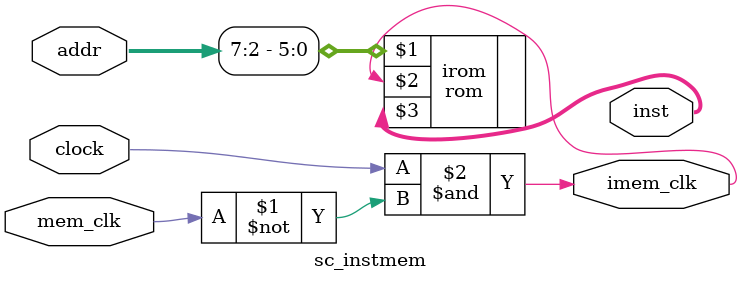
<source format=v>
module sc_instmem (addr,inst,clock,mem_clk,imem_clk);
   input  [31:0] addr;
   input         clock;
   input         mem_clk;
   output [31:0] inst;
   output        imem_clk;
   
   wire          imem_clk;

   assign  imem_clk = clock & ( ~ mem_clk );      
   
   rom irom (addr[7:2],imem_clk,inst); 
   

endmodule 
</source>
